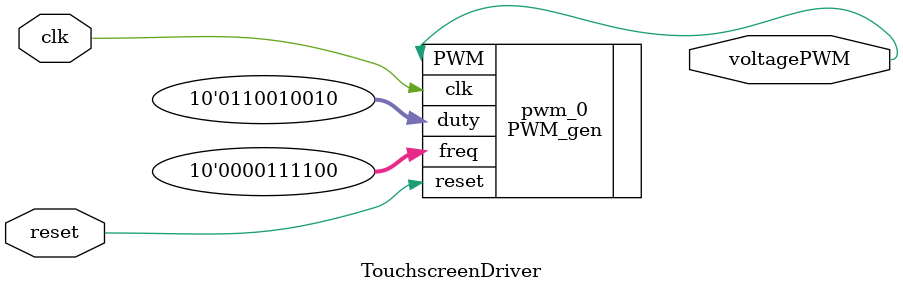
<source format=v>

module TouchscreenTop(
    input clk, //input clock
    input reset, //input reset
    //pmod inout?
    input  [10-1:0] voltage_x, //input voltage from x axis
    input  [10-1:0] voltage_y, //input voltage from y axis
    output [10-1:0] x_coord,
    output [10-1:0] y_coord,
    output reg valid
);
    //detect ball position on touchscreen
    //by reading reduced voltage from x & y axis

    //take the average of multiple readings to reduce measurement error
    reg [15-1:0] x_coord_accu, y_coord_accu;
    assign x_coord = x_coord_accu >> 4;
    assign y_coord = y_coord_accu >> 4;


    reg [1:0] state, next_state;
    parameter IDLE = 2'b00;
    parameter READ_X = 2'b10;
    parameter READ_Y = 2'b01;

    //FSM
    always @(posedge clk) begin
        if(reset) begin
            state <= IDLE;
            valid <= 1'b0;
        end else begin
            state <= next_state;

        end
    end

    always @(*) begin
        case(state) 
            READ_X:;
            READ_Y:;
            default:;
        endcase
    end

endmodule


module TouchscreenDriver (
    input clk,
    input reset,
    output voltagePWM
    //set duty = 30.3% to obtain 1V
    // 310/1024 = 30.3%
);
    //outputing 1v
    //would result in y-read 0.55v, x-read 0.77v
    //we need to account for the min resistance of the board, so maybe output 1v2~1v5
    
    parameter DUTY = 10'd402; //this will make vx = [0,1], vy=[0,0.7~]
    parameter FREQ = 10'd60; //60HZ

    PWM_gen pwm_0 ( 
        .clk(clk), 
        .reset(reset), 
        .freq(FREQ),
        .duty(DUTY), 
        .PWM(voltagePWM)//output ~1v3
    );
endmodule
</source>
